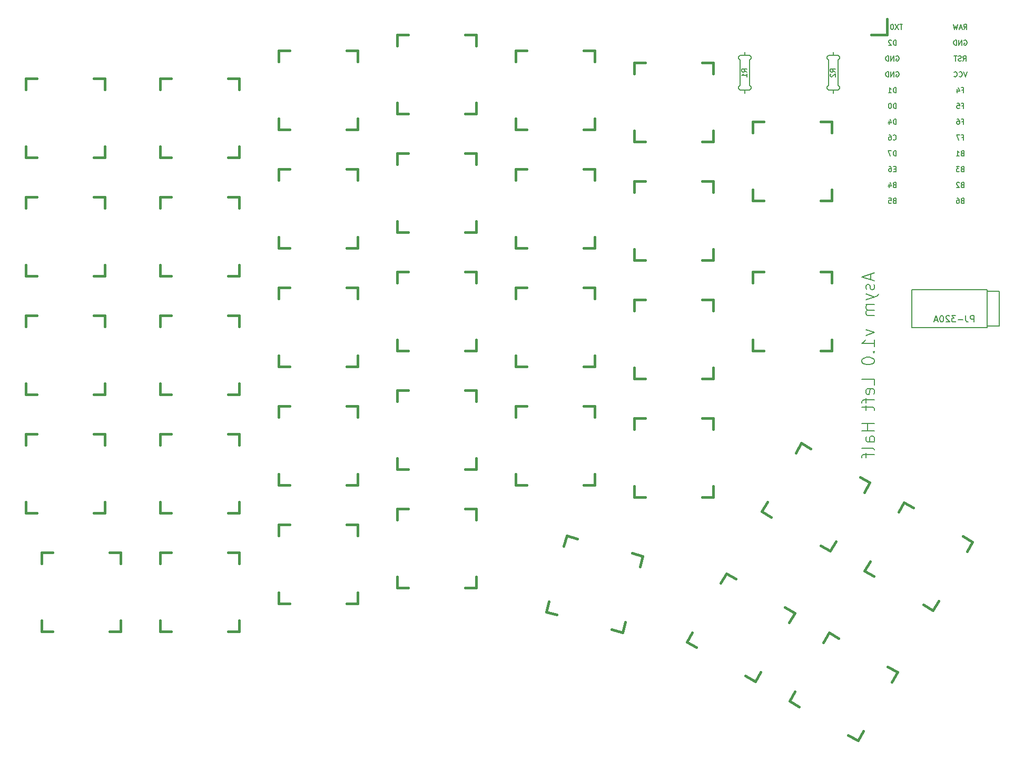
<source format=gbo>
G04 #@! TF.GenerationSoftware,KiCad,Pcbnew,(5.1.10-1-10_14)*
G04 #@! TF.CreationDate,2021-08-01T21:47:45+01:00*
G04 #@! TF.ProjectId,AsymLeft,4173796d-4c65-4667-942e-6b696361645f,1.0*
G04 #@! TF.SameCoordinates,Original*
G04 #@! TF.FileFunction,Legend,Bot*
G04 #@! TF.FilePolarity,Positive*
%FSLAX46Y46*%
G04 Gerber Fmt 4.6, Leading zero omitted, Abs format (unit mm)*
G04 Created by KiCad (PCBNEW (5.1.10-1-10_14)) date 2021-08-01 21:47:45*
%MOMM*%
%LPD*%
G01*
G04 APERTURE LIST*
%ADD10C,0.150000*%
%ADD11C,0.381000*%
G04 APERTURE END LIST*
D10*
X220933333Y-91733333D02*
X220933333Y-92685714D01*
X221504761Y-91542857D02*
X219504761Y-92209523D01*
X221504761Y-92876190D01*
X221409523Y-93447619D02*
X221504761Y-93638095D01*
X221504761Y-94019047D01*
X221409523Y-94209523D01*
X221219047Y-94304761D01*
X221123809Y-94304761D01*
X220933333Y-94209523D01*
X220838095Y-94019047D01*
X220838095Y-93733333D01*
X220742857Y-93542857D01*
X220552380Y-93447619D01*
X220457142Y-93447619D01*
X220266666Y-93542857D01*
X220171428Y-93733333D01*
X220171428Y-94019047D01*
X220266666Y-94209523D01*
X220171428Y-94971428D02*
X221504761Y-95447619D01*
X220171428Y-95923809D02*
X221504761Y-95447619D01*
X221980952Y-95257142D01*
X222076190Y-95161904D01*
X222171428Y-94971428D01*
X221504761Y-96685714D02*
X220171428Y-96685714D01*
X220361904Y-96685714D02*
X220266666Y-96780952D01*
X220171428Y-96971428D01*
X220171428Y-97257142D01*
X220266666Y-97447619D01*
X220457142Y-97542857D01*
X221504761Y-97542857D01*
X220457142Y-97542857D02*
X220266666Y-97638095D01*
X220171428Y-97828571D01*
X220171428Y-98114285D01*
X220266666Y-98304761D01*
X220457142Y-98400000D01*
X221504761Y-98400000D01*
X220171428Y-100685714D02*
X221504761Y-101161904D01*
X220171428Y-101638095D01*
X221504761Y-103447619D02*
X221504761Y-102304761D01*
X221504761Y-102876190D02*
X219504761Y-102876190D01*
X219790476Y-102685714D01*
X219980952Y-102495238D01*
X220076190Y-102304761D01*
X221314285Y-104304761D02*
X221409523Y-104400000D01*
X221504761Y-104304761D01*
X221409523Y-104209523D01*
X221314285Y-104304761D01*
X221504761Y-104304761D01*
X219504761Y-105638095D02*
X219504761Y-105828571D01*
X219600000Y-106019047D01*
X219695238Y-106114285D01*
X219885714Y-106209523D01*
X220266666Y-106304761D01*
X220742857Y-106304761D01*
X221123809Y-106209523D01*
X221314285Y-106114285D01*
X221409523Y-106019047D01*
X221504761Y-105828571D01*
X221504761Y-105638095D01*
X221409523Y-105447619D01*
X221314285Y-105352380D01*
X221123809Y-105257142D01*
X220742857Y-105161904D01*
X220266666Y-105161904D01*
X219885714Y-105257142D01*
X219695238Y-105352380D01*
X219600000Y-105447619D01*
X219504761Y-105638095D01*
X221504761Y-109638095D02*
X221504761Y-108685714D01*
X219504761Y-108685714D01*
X221409523Y-111066666D02*
X221504761Y-110876190D01*
X221504761Y-110495238D01*
X221409523Y-110304761D01*
X221219047Y-110209523D01*
X220457142Y-110209523D01*
X220266666Y-110304761D01*
X220171428Y-110495238D01*
X220171428Y-110876190D01*
X220266666Y-111066666D01*
X220457142Y-111161904D01*
X220647619Y-111161904D01*
X220838095Y-110209523D01*
X220171428Y-111733333D02*
X220171428Y-112495238D01*
X221504761Y-112019047D02*
X219790476Y-112019047D01*
X219600000Y-112114285D01*
X219504761Y-112304761D01*
X219504761Y-112495238D01*
X220171428Y-112876190D02*
X220171428Y-113638095D01*
X219504761Y-113161904D02*
X221219047Y-113161904D01*
X221409523Y-113257142D01*
X221504761Y-113447619D01*
X221504761Y-113638095D01*
X221504761Y-115828571D02*
X219504761Y-115828571D01*
X220457142Y-115828571D02*
X220457142Y-116971428D01*
X221504761Y-116971428D02*
X219504761Y-116971428D01*
X221504761Y-118780952D02*
X220457142Y-118780952D01*
X220266666Y-118685714D01*
X220171428Y-118495238D01*
X220171428Y-118114285D01*
X220266666Y-117923809D01*
X221409523Y-118780952D02*
X221504761Y-118590476D01*
X221504761Y-118114285D01*
X221409523Y-117923809D01*
X221219047Y-117828571D01*
X221028571Y-117828571D01*
X220838095Y-117923809D01*
X220742857Y-118114285D01*
X220742857Y-118590476D01*
X220647619Y-118780952D01*
X221504761Y-120019047D02*
X221409523Y-119828571D01*
X221219047Y-119733333D01*
X219504761Y-119733333D01*
X220171428Y-120495238D02*
X220171428Y-121257142D01*
X221504761Y-120780952D02*
X219790476Y-120780952D01*
X219600000Y-120876190D01*
X219504761Y-121066666D01*
X219504761Y-121257142D01*
D11*
X214630000Y-104140000D02*
X214630000Y-102362000D01*
X214630000Y-93218000D02*
X214630000Y-91440000D01*
X214630000Y-91440000D02*
X212852000Y-91440000D01*
X203708000Y-91440000D02*
X201930000Y-91440000D01*
X201930000Y-91440000D02*
X201930000Y-93218000D01*
X201930000Y-102362000D02*
X201930000Y-104140000D01*
X201930000Y-104140000D02*
X203708000Y-104140000D01*
X212852000Y-104140000D02*
X214630000Y-104140000D01*
X181020128Y-149382130D02*
X179302712Y-148921950D01*
X181480308Y-147664714D02*
X181020128Y-149382130D01*
X184307130Y-137114872D02*
X182589714Y-136654692D01*
X183846950Y-138832288D02*
X184307130Y-137114872D01*
X172039872Y-133827870D02*
X173757288Y-134288050D01*
X171579692Y-135545286D02*
X172039872Y-133827870D01*
X168752870Y-146095128D02*
X169213050Y-144377712D01*
X170470286Y-146555308D02*
X168752870Y-146095128D01*
X202349261Y-157264261D02*
X203238261Y-155724468D01*
X207810261Y-147805532D02*
X208699261Y-146265739D01*
X208699261Y-146265739D02*
X207159468Y-145376739D01*
X199240532Y-140804739D02*
X197700739Y-139915739D01*
X197700739Y-139915739D02*
X196811739Y-141455532D01*
X192239739Y-149374468D02*
X191350739Y-150914261D01*
X191350739Y-150914261D02*
X192890532Y-151803261D01*
X200809468Y-156375261D02*
X202349261Y-157264261D01*
X218859261Y-166789261D02*
X219748261Y-165249468D01*
X224320261Y-157330532D02*
X225209261Y-155790739D01*
X225209261Y-155790739D02*
X223669468Y-154901739D01*
X215750532Y-150329739D02*
X214210739Y-149440739D01*
X214210739Y-149440739D02*
X213321739Y-150980532D01*
X208749739Y-158899468D02*
X207860739Y-160439261D01*
X207860739Y-160439261D02*
X209400532Y-161328261D01*
X217319468Y-165900261D02*
X218859261Y-166789261D01*
X108458000Y-73025000D02*
X106680000Y-73025000D01*
X106680000Y-73025000D02*
X106680000Y-71247000D01*
X106680000Y-62103000D02*
X106680000Y-60325000D01*
X106680000Y-60325000D02*
X108458000Y-60325000D01*
X119380000Y-62103000D02*
X119380000Y-60325000D01*
X119380000Y-60325000D02*
X117602000Y-60325000D01*
X119380000Y-71247000D02*
X119380000Y-73025000D01*
X119380000Y-73025000D02*
X117602000Y-73025000D01*
X86868000Y-73025000D02*
X85090000Y-73025000D01*
X85090000Y-73025000D02*
X85090000Y-71247000D01*
X85090000Y-62103000D02*
X85090000Y-60325000D01*
X85090000Y-60325000D02*
X86868000Y-60325000D01*
X97790000Y-62103000D02*
X97790000Y-60325000D01*
X97790000Y-60325000D02*
X96012000Y-60325000D01*
X97790000Y-71247000D02*
X97790000Y-73025000D01*
X97790000Y-73025000D02*
X96012000Y-73025000D01*
X127508000Y-68580000D02*
X125730000Y-68580000D01*
X125730000Y-68580000D02*
X125730000Y-66802000D01*
X125730000Y-57658000D02*
X125730000Y-55880000D01*
X125730000Y-55880000D02*
X127508000Y-55880000D01*
X138430000Y-57658000D02*
X138430000Y-55880000D01*
X138430000Y-55880000D02*
X136652000Y-55880000D01*
X138430000Y-66802000D02*
X138430000Y-68580000D01*
X138430000Y-68580000D02*
X136652000Y-68580000D01*
X146558000Y-66040000D02*
X144780000Y-66040000D01*
X144780000Y-66040000D02*
X144780000Y-64262000D01*
X144780000Y-55118000D02*
X144780000Y-53340000D01*
X144780000Y-53340000D02*
X146558000Y-53340000D01*
X157480000Y-55118000D02*
X157480000Y-53340000D01*
X157480000Y-53340000D02*
X155702000Y-53340000D01*
X157480000Y-64262000D02*
X157480000Y-66040000D01*
X157480000Y-66040000D02*
X155702000Y-66040000D01*
X165608000Y-68580000D02*
X163830000Y-68580000D01*
X163830000Y-68580000D02*
X163830000Y-66802000D01*
X163830000Y-57658000D02*
X163830000Y-55880000D01*
X163830000Y-55880000D02*
X165608000Y-55880000D01*
X176530000Y-57658000D02*
X176530000Y-55880000D01*
X176530000Y-55880000D02*
X174752000Y-55880000D01*
X176530000Y-66802000D02*
X176530000Y-68580000D01*
X176530000Y-68580000D02*
X174752000Y-68580000D01*
X184658000Y-70485000D02*
X182880000Y-70485000D01*
X182880000Y-70485000D02*
X182880000Y-68707000D01*
X182880000Y-59563000D02*
X182880000Y-57785000D01*
X182880000Y-57785000D02*
X184658000Y-57785000D01*
X195580000Y-59563000D02*
X195580000Y-57785000D01*
X195580000Y-57785000D02*
X193802000Y-57785000D01*
X195580000Y-68707000D02*
X195580000Y-70485000D01*
X195580000Y-70485000D02*
X193802000Y-70485000D01*
X203708000Y-80010000D02*
X201930000Y-80010000D01*
X201930000Y-80010000D02*
X201930000Y-78232000D01*
X201930000Y-69088000D02*
X201930000Y-67310000D01*
X201930000Y-67310000D02*
X203708000Y-67310000D01*
X214630000Y-69088000D02*
X214630000Y-67310000D01*
X214630000Y-67310000D02*
X212852000Y-67310000D01*
X214630000Y-78232000D02*
X214630000Y-80010000D01*
X214630000Y-80010000D02*
X212852000Y-80010000D01*
X86868000Y-92075000D02*
X85090000Y-92075000D01*
X85090000Y-92075000D02*
X85090000Y-90297000D01*
X85090000Y-81153000D02*
X85090000Y-79375000D01*
X85090000Y-79375000D02*
X86868000Y-79375000D01*
X97790000Y-81153000D02*
X97790000Y-79375000D01*
X97790000Y-79375000D02*
X96012000Y-79375000D01*
X97790000Y-90297000D02*
X97790000Y-92075000D01*
X97790000Y-92075000D02*
X96012000Y-92075000D01*
X108458000Y-92075000D02*
X106680000Y-92075000D01*
X106680000Y-92075000D02*
X106680000Y-90297000D01*
X106680000Y-81153000D02*
X106680000Y-79375000D01*
X106680000Y-79375000D02*
X108458000Y-79375000D01*
X119380000Y-81153000D02*
X119380000Y-79375000D01*
X119380000Y-79375000D02*
X117602000Y-79375000D01*
X119380000Y-90297000D02*
X119380000Y-92075000D01*
X119380000Y-92075000D02*
X117602000Y-92075000D01*
X127508000Y-87630000D02*
X125730000Y-87630000D01*
X125730000Y-87630000D02*
X125730000Y-85852000D01*
X125730000Y-76708000D02*
X125730000Y-74930000D01*
X125730000Y-74930000D02*
X127508000Y-74930000D01*
X138430000Y-76708000D02*
X138430000Y-74930000D01*
X138430000Y-74930000D02*
X136652000Y-74930000D01*
X138430000Y-85852000D02*
X138430000Y-87630000D01*
X138430000Y-87630000D02*
X136652000Y-87630000D01*
X146558000Y-85090000D02*
X144780000Y-85090000D01*
X144780000Y-85090000D02*
X144780000Y-83312000D01*
X144780000Y-74168000D02*
X144780000Y-72390000D01*
X144780000Y-72390000D02*
X146558000Y-72390000D01*
X157480000Y-74168000D02*
X157480000Y-72390000D01*
X157480000Y-72390000D02*
X155702000Y-72390000D01*
X157480000Y-83312000D02*
X157480000Y-85090000D01*
X157480000Y-85090000D02*
X155702000Y-85090000D01*
X165608000Y-87630000D02*
X163830000Y-87630000D01*
X163830000Y-87630000D02*
X163830000Y-85852000D01*
X163830000Y-76708000D02*
X163830000Y-74930000D01*
X163830000Y-74930000D02*
X165608000Y-74930000D01*
X176530000Y-76708000D02*
X176530000Y-74930000D01*
X176530000Y-74930000D02*
X174752000Y-74930000D01*
X176530000Y-85852000D02*
X176530000Y-87630000D01*
X176530000Y-87630000D02*
X174752000Y-87630000D01*
X184658000Y-89535000D02*
X182880000Y-89535000D01*
X182880000Y-89535000D02*
X182880000Y-87757000D01*
X182880000Y-78613000D02*
X182880000Y-76835000D01*
X182880000Y-76835000D02*
X184658000Y-76835000D01*
X195580000Y-78613000D02*
X195580000Y-76835000D01*
X195580000Y-76835000D02*
X193802000Y-76835000D01*
X195580000Y-87757000D02*
X195580000Y-89535000D01*
X195580000Y-89535000D02*
X193802000Y-89535000D01*
X86868000Y-111125000D02*
X85090000Y-111125000D01*
X85090000Y-111125000D02*
X85090000Y-109347000D01*
X85090000Y-100203000D02*
X85090000Y-98425000D01*
X85090000Y-98425000D02*
X86868000Y-98425000D01*
X97790000Y-100203000D02*
X97790000Y-98425000D01*
X97790000Y-98425000D02*
X96012000Y-98425000D01*
X97790000Y-109347000D02*
X97790000Y-111125000D01*
X97790000Y-111125000D02*
X96012000Y-111125000D01*
X108458000Y-111125000D02*
X106680000Y-111125000D01*
X106680000Y-111125000D02*
X106680000Y-109347000D01*
X106680000Y-100203000D02*
X106680000Y-98425000D01*
X106680000Y-98425000D02*
X108458000Y-98425000D01*
X119380000Y-100203000D02*
X119380000Y-98425000D01*
X119380000Y-98425000D02*
X117602000Y-98425000D01*
X119380000Y-109347000D02*
X119380000Y-111125000D01*
X119380000Y-111125000D02*
X117602000Y-111125000D01*
X127508000Y-106680000D02*
X125730000Y-106680000D01*
X125730000Y-106680000D02*
X125730000Y-104902000D01*
X125730000Y-95758000D02*
X125730000Y-93980000D01*
X125730000Y-93980000D02*
X127508000Y-93980000D01*
X138430000Y-95758000D02*
X138430000Y-93980000D01*
X138430000Y-93980000D02*
X136652000Y-93980000D01*
X138430000Y-104902000D02*
X138430000Y-106680000D01*
X138430000Y-106680000D02*
X136652000Y-106680000D01*
X146558000Y-104140000D02*
X144780000Y-104140000D01*
X144780000Y-104140000D02*
X144780000Y-102362000D01*
X144780000Y-93218000D02*
X144780000Y-91440000D01*
X144780000Y-91440000D02*
X146558000Y-91440000D01*
X157480000Y-93218000D02*
X157480000Y-91440000D01*
X157480000Y-91440000D02*
X155702000Y-91440000D01*
X157480000Y-102362000D02*
X157480000Y-104140000D01*
X157480000Y-104140000D02*
X155702000Y-104140000D01*
X165608000Y-106680000D02*
X163830000Y-106680000D01*
X163830000Y-106680000D02*
X163830000Y-104902000D01*
X163830000Y-95758000D02*
X163830000Y-93980000D01*
X163830000Y-93980000D02*
X165608000Y-93980000D01*
X176530000Y-95758000D02*
X176530000Y-93980000D01*
X176530000Y-93980000D02*
X174752000Y-93980000D01*
X176530000Y-104902000D02*
X176530000Y-106680000D01*
X176530000Y-106680000D02*
X174752000Y-106680000D01*
X184658000Y-108585000D02*
X182880000Y-108585000D01*
X182880000Y-108585000D02*
X182880000Y-106807000D01*
X182880000Y-97663000D02*
X182880000Y-95885000D01*
X182880000Y-95885000D02*
X184658000Y-95885000D01*
X195580000Y-97663000D02*
X195580000Y-95885000D01*
X195580000Y-95885000D02*
X193802000Y-95885000D01*
X195580000Y-106807000D02*
X195580000Y-108585000D01*
X195580000Y-108585000D02*
X193802000Y-108585000D01*
X204955532Y-130848261D02*
X203415739Y-129959261D01*
X203415739Y-129959261D02*
X204304739Y-128419468D01*
X208876739Y-120500532D02*
X209765739Y-118960739D01*
X209765739Y-118960739D02*
X211305532Y-119849739D01*
X219875261Y-126850532D02*
X220764261Y-125310739D01*
X220764261Y-125310739D02*
X219224468Y-124421739D01*
X215303261Y-134769468D02*
X214414261Y-136309261D01*
X214414261Y-136309261D02*
X212874468Y-135420261D01*
X86868000Y-130175000D02*
X85090000Y-130175000D01*
X85090000Y-130175000D02*
X85090000Y-128397000D01*
X85090000Y-119253000D02*
X85090000Y-117475000D01*
X85090000Y-117475000D02*
X86868000Y-117475000D01*
X97790000Y-119253000D02*
X97790000Y-117475000D01*
X97790000Y-117475000D02*
X96012000Y-117475000D01*
X97790000Y-128397000D02*
X97790000Y-130175000D01*
X97790000Y-130175000D02*
X96012000Y-130175000D01*
X108458000Y-130175000D02*
X106680000Y-130175000D01*
X106680000Y-130175000D02*
X106680000Y-128397000D01*
X106680000Y-119253000D02*
X106680000Y-117475000D01*
X106680000Y-117475000D02*
X108458000Y-117475000D01*
X119380000Y-119253000D02*
X119380000Y-117475000D01*
X119380000Y-117475000D02*
X117602000Y-117475000D01*
X119380000Y-128397000D02*
X119380000Y-130175000D01*
X119380000Y-130175000D02*
X117602000Y-130175000D01*
X127508000Y-125730000D02*
X125730000Y-125730000D01*
X125730000Y-125730000D02*
X125730000Y-123952000D01*
X125730000Y-114808000D02*
X125730000Y-113030000D01*
X125730000Y-113030000D02*
X127508000Y-113030000D01*
X138430000Y-114808000D02*
X138430000Y-113030000D01*
X138430000Y-113030000D02*
X136652000Y-113030000D01*
X138430000Y-123952000D02*
X138430000Y-125730000D01*
X138430000Y-125730000D02*
X136652000Y-125730000D01*
X146558000Y-123190000D02*
X144780000Y-123190000D01*
X144780000Y-123190000D02*
X144780000Y-121412000D01*
X144780000Y-112268000D02*
X144780000Y-110490000D01*
X144780000Y-110490000D02*
X146558000Y-110490000D01*
X157480000Y-112268000D02*
X157480000Y-110490000D01*
X157480000Y-110490000D02*
X155702000Y-110490000D01*
X157480000Y-121412000D02*
X157480000Y-123190000D01*
X157480000Y-123190000D02*
X155702000Y-123190000D01*
X165608000Y-125730000D02*
X163830000Y-125730000D01*
X163830000Y-125730000D02*
X163830000Y-123952000D01*
X163830000Y-114808000D02*
X163830000Y-113030000D01*
X163830000Y-113030000D02*
X165608000Y-113030000D01*
X176530000Y-114808000D02*
X176530000Y-113030000D01*
X176530000Y-113030000D02*
X174752000Y-113030000D01*
X176530000Y-123952000D02*
X176530000Y-125730000D01*
X176530000Y-125730000D02*
X174752000Y-125730000D01*
X184658000Y-127635000D02*
X182880000Y-127635000D01*
X182880000Y-127635000D02*
X182880000Y-125857000D01*
X182880000Y-116713000D02*
X182880000Y-114935000D01*
X182880000Y-114935000D02*
X184658000Y-114935000D01*
X195580000Y-116713000D02*
X195580000Y-114935000D01*
X195580000Y-114935000D02*
X193802000Y-114935000D01*
X195580000Y-125857000D02*
X195580000Y-127635000D01*
X195580000Y-127635000D02*
X193802000Y-127635000D01*
X221465532Y-140373261D02*
X219925739Y-139484261D01*
X219925739Y-139484261D02*
X220814739Y-137944468D01*
X225386739Y-130025532D02*
X226275739Y-128485739D01*
X226275739Y-128485739D02*
X227815532Y-129374739D01*
X236385261Y-136375532D02*
X237274261Y-134835739D01*
X237274261Y-134835739D02*
X235734468Y-133946739D01*
X231813261Y-144294468D02*
X230924261Y-145834261D01*
X230924261Y-145834261D02*
X229384468Y-144945261D01*
X89408000Y-149225000D02*
X87630000Y-149225000D01*
X87630000Y-149225000D02*
X87630000Y-147447000D01*
X87630000Y-138303000D02*
X87630000Y-136525000D01*
X87630000Y-136525000D02*
X89408000Y-136525000D01*
X100330000Y-138303000D02*
X100330000Y-136525000D01*
X100330000Y-136525000D02*
X98552000Y-136525000D01*
X100330000Y-147447000D02*
X100330000Y-149225000D01*
X100330000Y-149225000D02*
X98552000Y-149225000D01*
X108458000Y-149225000D02*
X106680000Y-149225000D01*
X106680000Y-149225000D02*
X106680000Y-147447000D01*
X106680000Y-138303000D02*
X106680000Y-136525000D01*
X106680000Y-136525000D02*
X108458000Y-136525000D01*
X119380000Y-138303000D02*
X119380000Y-136525000D01*
X119380000Y-136525000D02*
X117602000Y-136525000D01*
X119380000Y-147447000D02*
X119380000Y-149225000D01*
X119380000Y-149225000D02*
X117602000Y-149225000D01*
X127508000Y-144780000D02*
X125730000Y-144780000D01*
X125730000Y-144780000D02*
X125730000Y-143002000D01*
X125730000Y-133858000D02*
X125730000Y-132080000D01*
X125730000Y-132080000D02*
X127508000Y-132080000D01*
X138430000Y-133858000D02*
X138430000Y-132080000D01*
X138430000Y-132080000D02*
X136652000Y-132080000D01*
X138430000Y-143002000D02*
X138430000Y-144780000D01*
X138430000Y-144780000D02*
X136652000Y-144780000D01*
X146558000Y-142240000D02*
X144780000Y-142240000D01*
X144780000Y-142240000D02*
X144780000Y-140462000D01*
X144780000Y-131318000D02*
X144780000Y-129540000D01*
X144780000Y-129540000D02*
X146558000Y-129540000D01*
X157480000Y-131318000D02*
X157480000Y-129540000D01*
X157480000Y-129540000D02*
X155702000Y-129540000D01*
X157480000Y-140462000D02*
X157480000Y-142240000D01*
X157480000Y-142240000D02*
X155702000Y-142240000D01*
D10*
X200660000Y-56642000D02*
X200660000Y-56134000D01*
X201422000Y-62230000D02*
X200660000Y-62230000D01*
X201676000Y-61976000D02*
X201422000Y-62230000D01*
X201676000Y-61722000D02*
X201676000Y-61976000D01*
X201422000Y-61468000D02*
X201676000Y-61722000D01*
X201422000Y-57404000D02*
X201422000Y-61468000D01*
X201676000Y-57150000D02*
X201422000Y-57404000D01*
X201676000Y-56896000D02*
X201676000Y-57150000D01*
X201422000Y-56642000D02*
X201676000Y-56896000D01*
X199898000Y-56642000D02*
X201422000Y-56642000D01*
X199644000Y-56896000D02*
X199898000Y-56642000D01*
X199644000Y-57150000D02*
X199644000Y-56896000D01*
X199898000Y-57404000D02*
X199644000Y-57150000D01*
X199898000Y-61468000D02*
X199898000Y-57404000D01*
X199644000Y-61722000D02*
X199898000Y-61468000D01*
X199644000Y-61976000D02*
X199644000Y-61722000D01*
X199898000Y-62230000D02*
X199644000Y-61976000D01*
X200660000Y-62230000D02*
X199898000Y-62230000D01*
X200660000Y-62738000D02*
X200660000Y-62230000D01*
X214884000Y-62738000D02*
X214884000Y-62230000D01*
X214884000Y-62230000D02*
X214122000Y-62230000D01*
X214122000Y-62230000D02*
X213868000Y-61976000D01*
X213868000Y-61976000D02*
X213868000Y-61722000D01*
X213868000Y-61722000D02*
X214122000Y-61468000D01*
X214122000Y-61468000D02*
X214122000Y-57404000D01*
X214122000Y-57404000D02*
X213868000Y-57150000D01*
X213868000Y-57150000D02*
X213868000Y-56896000D01*
X213868000Y-56896000D02*
X214122000Y-56642000D01*
X214122000Y-56642000D02*
X215646000Y-56642000D01*
X215646000Y-56642000D02*
X215900000Y-56896000D01*
X215900000Y-56896000D02*
X215900000Y-57150000D01*
X215900000Y-57150000D02*
X215646000Y-57404000D01*
X215646000Y-57404000D02*
X215646000Y-61468000D01*
X215646000Y-61468000D02*
X215900000Y-61722000D01*
X215900000Y-61722000D02*
X215900000Y-61976000D01*
X215900000Y-61976000D02*
X215646000Y-62230000D01*
X215646000Y-62230000D02*
X214884000Y-62230000D01*
X214884000Y-56642000D02*
X214884000Y-56134000D01*
X239620000Y-100110000D02*
X241620000Y-100110000D01*
X241620000Y-94510000D02*
X241620000Y-100110000D01*
X239620000Y-94510000D02*
X241620000Y-94510000D01*
X227520000Y-94260000D02*
X227520000Y-100360000D01*
X239620000Y-100360000D02*
X227520000Y-100360000D01*
X239620000Y-94260000D02*
X239620000Y-100360000D01*
X239620000Y-94260000D02*
X227520000Y-94260000D01*
D11*
X223520000Y-53340000D02*
X220980000Y-53340000D01*
X223520000Y-50800000D02*
X223520000Y-53340000D01*
D10*
X201021904Y-59302666D02*
X200640952Y-59036000D01*
X201021904Y-58845523D02*
X200221904Y-58845523D01*
X200221904Y-59150285D01*
X200260000Y-59226476D01*
X200298095Y-59264571D01*
X200374285Y-59302666D01*
X200488571Y-59302666D01*
X200564761Y-59264571D01*
X200602857Y-59226476D01*
X200640952Y-59150285D01*
X200640952Y-58845523D01*
X201021904Y-60064571D02*
X201021904Y-59607428D01*
X201021904Y-59836000D02*
X200221904Y-59836000D01*
X200336190Y-59759809D01*
X200412380Y-59683619D01*
X200450476Y-59607428D01*
X215245904Y-59302666D02*
X214864952Y-59036000D01*
X215245904Y-58845523D02*
X214445904Y-58845523D01*
X214445904Y-59150285D01*
X214484000Y-59226476D01*
X214522095Y-59264571D01*
X214598285Y-59302666D01*
X214712571Y-59302666D01*
X214788761Y-59264571D01*
X214826857Y-59226476D01*
X214864952Y-59150285D01*
X214864952Y-58845523D01*
X214522095Y-59607428D02*
X214484000Y-59645523D01*
X214445904Y-59721714D01*
X214445904Y-59912190D01*
X214484000Y-59988380D01*
X214522095Y-60026476D01*
X214598285Y-60064571D01*
X214674476Y-60064571D01*
X214788761Y-60026476D01*
X215245904Y-59569333D01*
X215245904Y-60064571D01*
X237489047Y-99462380D02*
X237489047Y-98462380D01*
X237108095Y-98462380D01*
X237012857Y-98510000D01*
X236965238Y-98557619D01*
X236917619Y-98652857D01*
X236917619Y-98795714D01*
X236965238Y-98890952D01*
X237012857Y-98938571D01*
X237108095Y-98986190D01*
X237489047Y-98986190D01*
X236203333Y-98462380D02*
X236203333Y-99176666D01*
X236250952Y-99319523D01*
X236346190Y-99414761D01*
X236489047Y-99462380D01*
X236584285Y-99462380D01*
X235727142Y-99081428D02*
X234965238Y-99081428D01*
X234584285Y-98462380D02*
X233965238Y-98462380D01*
X234298571Y-98843333D01*
X234155714Y-98843333D01*
X234060476Y-98890952D01*
X234012857Y-98938571D01*
X233965238Y-99033809D01*
X233965238Y-99271904D01*
X234012857Y-99367142D01*
X234060476Y-99414761D01*
X234155714Y-99462380D01*
X234441428Y-99462380D01*
X234536666Y-99414761D01*
X234584285Y-99367142D01*
X233584285Y-98557619D02*
X233536666Y-98510000D01*
X233441428Y-98462380D01*
X233203333Y-98462380D01*
X233108095Y-98510000D01*
X233060476Y-98557619D01*
X233012857Y-98652857D01*
X233012857Y-98748095D01*
X233060476Y-98890952D01*
X233631904Y-99462380D01*
X233012857Y-99462380D01*
X232393809Y-98462380D02*
X232298571Y-98462380D01*
X232203333Y-98510000D01*
X232155714Y-98557619D01*
X232108095Y-98652857D01*
X232060476Y-98843333D01*
X232060476Y-99081428D01*
X232108095Y-99271904D01*
X232155714Y-99367142D01*
X232203333Y-99414761D01*
X232298571Y-99462380D01*
X232393809Y-99462380D01*
X232489047Y-99414761D01*
X232536666Y-99367142D01*
X232584285Y-99271904D01*
X232631904Y-99081428D01*
X232631904Y-98843333D01*
X232584285Y-98652857D01*
X232536666Y-98557619D01*
X232489047Y-98510000D01*
X232393809Y-98462380D01*
X231679523Y-99176666D02*
X231203333Y-99176666D01*
X231774761Y-99462380D02*
X231441428Y-98462380D01*
X231108095Y-99462380D01*
X226034476Y-51631904D02*
X225577333Y-51631904D01*
X225805904Y-52431904D02*
X225805904Y-51631904D01*
X225386857Y-51631904D02*
X224853523Y-52431904D01*
X224853523Y-51631904D02*
X225386857Y-52431904D01*
X224396380Y-51631904D02*
X224320190Y-51631904D01*
X224244000Y-51670000D01*
X224205904Y-51708095D01*
X224167809Y-51784285D01*
X224129714Y-51936666D01*
X224129714Y-52127142D01*
X224167809Y-52279523D01*
X224205904Y-52355714D01*
X224244000Y-52393809D01*
X224320190Y-52431904D01*
X224396380Y-52431904D01*
X224472571Y-52393809D01*
X224510666Y-52355714D01*
X224548761Y-52279523D01*
X224586857Y-52127142D01*
X224586857Y-51936666D01*
X224548761Y-51784285D01*
X224510666Y-51708095D01*
X224472571Y-51670000D01*
X224396380Y-51631904D01*
X235654809Y-77412857D02*
X235540523Y-77450952D01*
X235502428Y-77489047D01*
X235464333Y-77565238D01*
X235464333Y-77679523D01*
X235502428Y-77755714D01*
X235540523Y-77793809D01*
X235616714Y-77831904D01*
X235921476Y-77831904D01*
X235921476Y-77031904D01*
X235654809Y-77031904D01*
X235578619Y-77070000D01*
X235540523Y-77108095D01*
X235502428Y-77184285D01*
X235502428Y-77260476D01*
X235540523Y-77336666D01*
X235578619Y-77374761D01*
X235654809Y-77412857D01*
X235921476Y-77412857D01*
X235159571Y-77108095D02*
X235121476Y-77070000D01*
X235045285Y-77031904D01*
X234854809Y-77031904D01*
X234778619Y-77070000D01*
X234740523Y-77108095D01*
X234702428Y-77184285D01*
X234702428Y-77260476D01*
X234740523Y-77374761D01*
X235197666Y-77831904D01*
X234702428Y-77831904D01*
X235597666Y-69792857D02*
X235864333Y-69792857D01*
X235864333Y-70211904D02*
X235864333Y-69411904D01*
X235483380Y-69411904D01*
X235254809Y-69411904D02*
X234721476Y-69411904D01*
X235064333Y-70211904D01*
X235597666Y-67252857D02*
X235864333Y-67252857D01*
X235864333Y-67671904D02*
X235864333Y-66871904D01*
X235483380Y-66871904D01*
X234835761Y-66871904D02*
X234988142Y-66871904D01*
X235064333Y-66910000D01*
X235102428Y-66948095D01*
X235178619Y-67062380D01*
X235216714Y-67214761D01*
X235216714Y-67519523D01*
X235178619Y-67595714D01*
X235140523Y-67633809D01*
X235064333Y-67671904D01*
X234911952Y-67671904D01*
X234835761Y-67633809D01*
X234797666Y-67595714D01*
X234759571Y-67519523D01*
X234759571Y-67329047D01*
X234797666Y-67252857D01*
X234835761Y-67214761D01*
X234911952Y-67176666D01*
X235064333Y-67176666D01*
X235140523Y-67214761D01*
X235178619Y-67252857D01*
X235216714Y-67329047D01*
X235597666Y-64712857D02*
X235864333Y-64712857D01*
X235864333Y-65131904D02*
X235864333Y-64331904D01*
X235483380Y-64331904D01*
X234797666Y-64331904D02*
X235178619Y-64331904D01*
X235216714Y-64712857D01*
X235178619Y-64674761D01*
X235102428Y-64636666D01*
X234911952Y-64636666D01*
X234835761Y-64674761D01*
X234797666Y-64712857D01*
X234759571Y-64789047D01*
X234759571Y-64979523D01*
X234797666Y-65055714D01*
X234835761Y-65093809D01*
X234911952Y-65131904D01*
X235102428Y-65131904D01*
X235178619Y-65093809D01*
X235216714Y-65055714D01*
X235883380Y-52431904D02*
X236150047Y-52050952D01*
X236340523Y-52431904D02*
X236340523Y-51631904D01*
X236035761Y-51631904D01*
X235959571Y-51670000D01*
X235921476Y-51708095D01*
X235883380Y-51784285D01*
X235883380Y-51898571D01*
X235921476Y-51974761D01*
X235959571Y-52012857D01*
X236035761Y-52050952D01*
X236340523Y-52050952D01*
X235578619Y-52203333D02*
X235197666Y-52203333D01*
X235654809Y-52431904D02*
X235388142Y-51631904D01*
X235121476Y-52431904D01*
X234931000Y-51631904D02*
X234740523Y-52431904D01*
X234588142Y-51860476D01*
X234435761Y-52431904D01*
X234245285Y-51631904D01*
X235940523Y-54210000D02*
X236016714Y-54171904D01*
X236131000Y-54171904D01*
X236245285Y-54210000D01*
X236321476Y-54286190D01*
X236359571Y-54362380D01*
X236397666Y-54514761D01*
X236397666Y-54629047D01*
X236359571Y-54781428D01*
X236321476Y-54857619D01*
X236245285Y-54933809D01*
X236131000Y-54971904D01*
X236054809Y-54971904D01*
X235940523Y-54933809D01*
X235902428Y-54895714D01*
X235902428Y-54629047D01*
X236054809Y-54629047D01*
X235559571Y-54971904D02*
X235559571Y-54171904D01*
X235102428Y-54971904D01*
X235102428Y-54171904D01*
X234721476Y-54971904D02*
X234721476Y-54171904D01*
X234531000Y-54171904D01*
X234416714Y-54210000D01*
X234340523Y-54286190D01*
X234302428Y-54362380D01*
X234264333Y-54514761D01*
X234264333Y-54629047D01*
X234302428Y-54781428D01*
X234340523Y-54857619D01*
X234416714Y-54933809D01*
X234531000Y-54971904D01*
X234721476Y-54971904D01*
X235769095Y-57511904D02*
X236035761Y-57130952D01*
X236226238Y-57511904D02*
X236226238Y-56711904D01*
X235921476Y-56711904D01*
X235845285Y-56750000D01*
X235807190Y-56788095D01*
X235769095Y-56864285D01*
X235769095Y-56978571D01*
X235807190Y-57054761D01*
X235845285Y-57092857D01*
X235921476Y-57130952D01*
X236226238Y-57130952D01*
X235464333Y-57473809D02*
X235350047Y-57511904D01*
X235159571Y-57511904D01*
X235083380Y-57473809D01*
X235045285Y-57435714D01*
X235007190Y-57359523D01*
X235007190Y-57283333D01*
X235045285Y-57207142D01*
X235083380Y-57169047D01*
X235159571Y-57130952D01*
X235311952Y-57092857D01*
X235388142Y-57054761D01*
X235426238Y-57016666D01*
X235464333Y-56940476D01*
X235464333Y-56864285D01*
X235426238Y-56788095D01*
X235388142Y-56750000D01*
X235311952Y-56711904D01*
X235121476Y-56711904D01*
X235007190Y-56750000D01*
X234778619Y-56711904D02*
X234321476Y-56711904D01*
X234550047Y-57511904D02*
X234550047Y-56711904D01*
X236397666Y-59251904D02*
X236131000Y-60051904D01*
X235864333Y-59251904D01*
X235140523Y-59975714D02*
X235178619Y-60013809D01*
X235292904Y-60051904D01*
X235369095Y-60051904D01*
X235483380Y-60013809D01*
X235559571Y-59937619D01*
X235597666Y-59861428D01*
X235635761Y-59709047D01*
X235635761Y-59594761D01*
X235597666Y-59442380D01*
X235559571Y-59366190D01*
X235483380Y-59290000D01*
X235369095Y-59251904D01*
X235292904Y-59251904D01*
X235178619Y-59290000D01*
X235140523Y-59328095D01*
X234340523Y-59975714D02*
X234378619Y-60013809D01*
X234492904Y-60051904D01*
X234569095Y-60051904D01*
X234683380Y-60013809D01*
X234759571Y-59937619D01*
X234797666Y-59861428D01*
X234835761Y-59709047D01*
X234835761Y-59594761D01*
X234797666Y-59442380D01*
X234759571Y-59366190D01*
X234683380Y-59290000D01*
X234569095Y-59251904D01*
X234492904Y-59251904D01*
X234378619Y-59290000D01*
X234340523Y-59328095D01*
X235597666Y-62172857D02*
X235864333Y-62172857D01*
X235864333Y-62591904D02*
X235864333Y-61791904D01*
X235483380Y-61791904D01*
X234835761Y-62058571D02*
X234835761Y-62591904D01*
X235026238Y-61753809D02*
X235216714Y-62325238D01*
X234721476Y-62325238D01*
X235654809Y-72332857D02*
X235540523Y-72370952D01*
X235502428Y-72409047D01*
X235464333Y-72485238D01*
X235464333Y-72599523D01*
X235502428Y-72675714D01*
X235540523Y-72713809D01*
X235616714Y-72751904D01*
X235921476Y-72751904D01*
X235921476Y-71951904D01*
X235654809Y-71951904D01*
X235578619Y-71990000D01*
X235540523Y-72028095D01*
X235502428Y-72104285D01*
X235502428Y-72180476D01*
X235540523Y-72256666D01*
X235578619Y-72294761D01*
X235654809Y-72332857D01*
X235921476Y-72332857D01*
X234702428Y-72751904D02*
X235159571Y-72751904D01*
X234931000Y-72751904D02*
X234931000Y-71951904D01*
X235007190Y-72066190D01*
X235083380Y-72142380D01*
X235159571Y-72180476D01*
X235654809Y-74872857D02*
X235540523Y-74910952D01*
X235502428Y-74949047D01*
X235464333Y-75025238D01*
X235464333Y-75139523D01*
X235502428Y-75215714D01*
X235540523Y-75253809D01*
X235616714Y-75291904D01*
X235921476Y-75291904D01*
X235921476Y-74491904D01*
X235654809Y-74491904D01*
X235578619Y-74530000D01*
X235540523Y-74568095D01*
X235502428Y-74644285D01*
X235502428Y-74720476D01*
X235540523Y-74796666D01*
X235578619Y-74834761D01*
X235654809Y-74872857D01*
X235921476Y-74872857D01*
X235197666Y-74491904D02*
X234702428Y-74491904D01*
X234969095Y-74796666D01*
X234854809Y-74796666D01*
X234778619Y-74834761D01*
X234740523Y-74872857D01*
X234702428Y-74949047D01*
X234702428Y-75139523D01*
X234740523Y-75215714D01*
X234778619Y-75253809D01*
X234854809Y-75291904D01*
X235083380Y-75291904D01*
X235159571Y-75253809D01*
X235197666Y-75215714D01*
X235654809Y-79952857D02*
X235540523Y-79990952D01*
X235502428Y-80029047D01*
X235464333Y-80105238D01*
X235464333Y-80219523D01*
X235502428Y-80295714D01*
X235540523Y-80333809D01*
X235616714Y-80371904D01*
X235921476Y-80371904D01*
X235921476Y-79571904D01*
X235654809Y-79571904D01*
X235578619Y-79610000D01*
X235540523Y-79648095D01*
X235502428Y-79724285D01*
X235502428Y-79800476D01*
X235540523Y-79876666D01*
X235578619Y-79914761D01*
X235654809Y-79952857D01*
X235921476Y-79952857D01*
X234778619Y-79571904D02*
X234931000Y-79571904D01*
X235007190Y-79610000D01*
X235045285Y-79648095D01*
X235121476Y-79762380D01*
X235159571Y-79914761D01*
X235159571Y-80219523D01*
X235121476Y-80295714D01*
X235083380Y-80333809D01*
X235007190Y-80371904D01*
X234854809Y-80371904D01*
X234778619Y-80333809D01*
X234740523Y-80295714D01*
X234702428Y-80219523D01*
X234702428Y-80029047D01*
X234740523Y-79952857D01*
X234778619Y-79914761D01*
X234854809Y-79876666D01*
X235007190Y-79876666D01*
X235083380Y-79914761D01*
X235121476Y-79952857D01*
X235159571Y-80029047D01*
X224732809Y-79952857D02*
X224618523Y-79990952D01*
X224580428Y-80029047D01*
X224542333Y-80105238D01*
X224542333Y-80219523D01*
X224580428Y-80295714D01*
X224618523Y-80333809D01*
X224694714Y-80371904D01*
X224999476Y-80371904D01*
X224999476Y-79571904D01*
X224732809Y-79571904D01*
X224656619Y-79610000D01*
X224618523Y-79648095D01*
X224580428Y-79724285D01*
X224580428Y-79800476D01*
X224618523Y-79876666D01*
X224656619Y-79914761D01*
X224732809Y-79952857D01*
X224999476Y-79952857D01*
X223818523Y-79571904D02*
X224199476Y-79571904D01*
X224237571Y-79952857D01*
X224199476Y-79914761D01*
X224123285Y-79876666D01*
X223932809Y-79876666D01*
X223856619Y-79914761D01*
X223818523Y-79952857D01*
X223780428Y-80029047D01*
X223780428Y-80219523D01*
X223818523Y-80295714D01*
X223856619Y-80333809D01*
X223932809Y-80371904D01*
X224123285Y-80371904D01*
X224199476Y-80333809D01*
X224237571Y-80295714D01*
X224732809Y-77412857D02*
X224618523Y-77450952D01*
X224580428Y-77489047D01*
X224542333Y-77565238D01*
X224542333Y-77679523D01*
X224580428Y-77755714D01*
X224618523Y-77793809D01*
X224694714Y-77831904D01*
X224999476Y-77831904D01*
X224999476Y-77031904D01*
X224732809Y-77031904D01*
X224656619Y-77070000D01*
X224618523Y-77108095D01*
X224580428Y-77184285D01*
X224580428Y-77260476D01*
X224618523Y-77336666D01*
X224656619Y-77374761D01*
X224732809Y-77412857D01*
X224999476Y-77412857D01*
X223856619Y-77298571D02*
X223856619Y-77831904D01*
X224047095Y-76993809D02*
X224237571Y-77565238D01*
X223742333Y-77565238D01*
X224961380Y-74872857D02*
X224694714Y-74872857D01*
X224580428Y-75291904D02*
X224961380Y-75291904D01*
X224961380Y-74491904D01*
X224580428Y-74491904D01*
X223894714Y-74491904D02*
X224047095Y-74491904D01*
X224123285Y-74530000D01*
X224161380Y-74568095D01*
X224237571Y-74682380D01*
X224275666Y-74834761D01*
X224275666Y-75139523D01*
X224237571Y-75215714D01*
X224199476Y-75253809D01*
X224123285Y-75291904D01*
X223970904Y-75291904D01*
X223894714Y-75253809D01*
X223856619Y-75215714D01*
X223818523Y-75139523D01*
X223818523Y-74949047D01*
X223856619Y-74872857D01*
X223894714Y-74834761D01*
X223970904Y-74796666D01*
X224123285Y-74796666D01*
X224199476Y-74834761D01*
X224237571Y-74872857D01*
X224275666Y-74949047D01*
X224999476Y-72751904D02*
X224999476Y-71951904D01*
X224809000Y-71951904D01*
X224694714Y-71990000D01*
X224618523Y-72066190D01*
X224580428Y-72142380D01*
X224542333Y-72294761D01*
X224542333Y-72409047D01*
X224580428Y-72561428D01*
X224618523Y-72637619D01*
X224694714Y-72713809D01*
X224809000Y-72751904D01*
X224999476Y-72751904D01*
X224275666Y-71951904D02*
X223742333Y-71951904D01*
X224085190Y-72751904D01*
X224542333Y-70135714D02*
X224580428Y-70173809D01*
X224694714Y-70211904D01*
X224770904Y-70211904D01*
X224885190Y-70173809D01*
X224961380Y-70097619D01*
X224999476Y-70021428D01*
X225037571Y-69869047D01*
X225037571Y-69754761D01*
X224999476Y-69602380D01*
X224961380Y-69526190D01*
X224885190Y-69450000D01*
X224770904Y-69411904D01*
X224694714Y-69411904D01*
X224580428Y-69450000D01*
X224542333Y-69488095D01*
X223856619Y-69411904D02*
X224009000Y-69411904D01*
X224085190Y-69450000D01*
X224123285Y-69488095D01*
X224199476Y-69602380D01*
X224237571Y-69754761D01*
X224237571Y-70059523D01*
X224199476Y-70135714D01*
X224161380Y-70173809D01*
X224085190Y-70211904D01*
X223932809Y-70211904D01*
X223856619Y-70173809D01*
X223818523Y-70135714D01*
X223780428Y-70059523D01*
X223780428Y-69869047D01*
X223818523Y-69792857D01*
X223856619Y-69754761D01*
X223932809Y-69716666D01*
X224085190Y-69716666D01*
X224161380Y-69754761D01*
X224199476Y-69792857D01*
X224237571Y-69869047D01*
X224999476Y-67671904D02*
X224999476Y-66871904D01*
X224809000Y-66871904D01*
X224694714Y-66910000D01*
X224618523Y-66986190D01*
X224580428Y-67062380D01*
X224542333Y-67214761D01*
X224542333Y-67329047D01*
X224580428Y-67481428D01*
X224618523Y-67557619D01*
X224694714Y-67633809D01*
X224809000Y-67671904D01*
X224999476Y-67671904D01*
X223856619Y-67138571D02*
X223856619Y-67671904D01*
X224047095Y-66833809D02*
X224237571Y-67405238D01*
X223742333Y-67405238D01*
X225018523Y-56750000D02*
X225094714Y-56711904D01*
X225209000Y-56711904D01*
X225323285Y-56750000D01*
X225399476Y-56826190D01*
X225437571Y-56902380D01*
X225475666Y-57054761D01*
X225475666Y-57169047D01*
X225437571Y-57321428D01*
X225399476Y-57397619D01*
X225323285Y-57473809D01*
X225209000Y-57511904D01*
X225132809Y-57511904D01*
X225018523Y-57473809D01*
X224980428Y-57435714D01*
X224980428Y-57169047D01*
X225132809Y-57169047D01*
X224637571Y-57511904D02*
X224637571Y-56711904D01*
X224180428Y-57511904D01*
X224180428Y-56711904D01*
X223799476Y-57511904D02*
X223799476Y-56711904D01*
X223609000Y-56711904D01*
X223494714Y-56750000D01*
X223418523Y-56826190D01*
X223380428Y-56902380D01*
X223342333Y-57054761D01*
X223342333Y-57169047D01*
X223380428Y-57321428D01*
X223418523Y-57397619D01*
X223494714Y-57473809D01*
X223609000Y-57511904D01*
X223799476Y-57511904D01*
X225018523Y-59290000D02*
X225094714Y-59251904D01*
X225209000Y-59251904D01*
X225323285Y-59290000D01*
X225399476Y-59366190D01*
X225437571Y-59442380D01*
X225475666Y-59594761D01*
X225475666Y-59709047D01*
X225437571Y-59861428D01*
X225399476Y-59937619D01*
X225323285Y-60013809D01*
X225209000Y-60051904D01*
X225132809Y-60051904D01*
X225018523Y-60013809D01*
X224980428Y-59975714D01*
X224980428Y-59709047D01*
X225132809Y-59709047D01*
X224637571Y-60051904D02*
X224637571Y-59251904D01*
X224180428Y-60051904D01*
X224180428Y-59251904D01*
X223799476Y-60051904D02*
X223799476Y-59251904D01*
X223609000Y-59251904D01*
X223494714Y-59290000D01*
X223418523Y-59366190D01*
X223380428Y-59442380D01*
X223342333Y-59594761D01*
X223342333Y-59709047D01*
X223380428Y-59861428D01*
X223418523Y-59937619D01*
X223494714Y-60013809D01*
X223609000Y-60051904D01*
X223799476Y-60051904D01*
X224999476Y-62591904D02*
X224999476Y-61791904D01*
X224809000Y-61791904D01*
X224694714Y-61830000D01*
X224618523Y-61906190D01*
X224580428Y-61982380D01*
X224542333Y-62134761D01*
X224542333Y-62249047D01*
X224580428Y-62401428D01*
X224618523Y-62477619D01*
X224694714Y-62553809D01*
X224809000Y-62591904D01*
X224999476Y-62591904D01*
X223780428Y-62591904D02*
X224237571Y-62591904D01*
X224009000Y-62591904D02*
X224009000Y-61791904D01*
X224085190Y-61906190D01*
X224161380Y-61982380D01*
X224237571Y-62020476D01*
X224999476Y-65131904D02*
X224999476Y-64331904D01*
X224809000Y-64331904D01*
X224694714Y-64370000D01*
X224618523Y-64446190D01*
X224580428Y-64522380D01*
X224542333Y-64674761D01*
X224542333Y-64789047D01*
X224580428Y-64941428D01*
X224618523Y-65017619D01*
X224694714Y-65093809D01*
X224809000Y-65131904D01*
X224999476Y-65131904D01*
X224047095Y-64331904D02*
X223970904Y-64331904D01*
X223894714Y-64370000D01*
X223856619Y-64408095D01*
X223818523Y-64484285D01*
X223780428Y-64636666D01*
X223780428Y-64827142D01*
X223818523Y-64979523D01*
X223856619Y-65055714D01*
X223894714Y-65093809D01*
X223970904Y-65131904D01*
X224047095Y-65131904D01*
X224123285Y-65093809D01*
X224161380Y-65055714D01*
X224199476Y-64979523D01*
X224237571Y-64827142D01*
X224237571Y-64636666D01*
X224199476Y-64484285D01*
X224161380Y-64408095D01*
X224123285Y-64370000D01*
X224047095Y-64331904D01*
X224999476Y-54971904D02*
X224999476Y-54171904D01*
X224809000Y-54171904D01*
X224694714Y-54210000D01*
X224618523Y-54286190D01*
X224580428Y-54362380D01*
X224542333Y-54514761D01*
X224542333Y-54629047D01*
X224580428Y-54781428D01*
X224618523Y-54857619D01*
X224694714Y-54933809D01*
X224809000Y-54971904D01*
X224999476Y-54971904D01*
X224237571Y-54248095D02*
X224199476Y-54210000D01*
X224123285Y-54171904D01*
X223932809Y-54171904D01*
X223856619Y-54210000D01*
X223818523Y-54248095D01*
X223780428Y-54324285D01*
X223780428Y-54400476D01*
X223818523Y-54514761D01*
X224275666Y-54971904D01*
X223780428Y-54971904D01*
M02*

</source>
